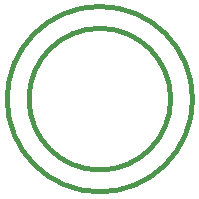
<source format=gbr>
G04 #@! TF.GenerationSoftware,KiCad,Pcbnew,5.1.12-84ad8e8a86~92~ubuntu20.04.1*
G04 #@! TF.CreationDate,2024-02-03T09:11:57+00:00*
G04 #@! TF.ProjectId,___-3.42.A,221a1f2d-332e-4343-922e-412e6b696361,1A*
G04 #@! TF.SameCoordinates,Original*
G04 #@! TF.FileFunction,Profile,NP*
%FSLAX46Y46*%
G04 Gerber Fmt 4.6, Leading zero omitted, Abs format (unit mm)*
G04 Created by KiCad (PCBNEW 5.1.12-84ad8e8a86~92~ubuntu20.04.1) date 2024-02-03 09:11:57*
%MOMM*%
%LPD*%
G01*
G04 APERTURE LIST*
G04 #@! TA.AperFunction,Profile*
%ADD10C,0.400000*%
G04 #@! TD*
G04 APERTURE END LIST*
D10*
X113260000Y-148590000D02*
G75*
G03*
X113260000Y-148590000I-7850000J0D01*
G01*
X111410000Y-148590000D02*
G75*
G03*
X111410000Y-148590000I-6000000J0D01*
G01*
M02*

</source>
